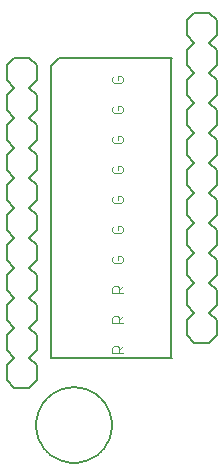
<source format=gto>
G75*
%MOIN*%
%OFA0B0*%
%FSLAX24Y24*%
%IPPOS*%
%LPD*%
%AMOC8*
5,1,8,0,0,1.08239X$1,22.5*
%
%ADD10C,0.0080*%
%ADD11C,0.0050*%
%ADD12C,0.0030*%
D10*
X001237Y002635D02*
X000987Y002885D01*
X000987Y003385D01*
X001237Y003635D01*
X000987Y003885D01*
X000987Y004385D01*
X001237Y004635D01*
X000987Y004885D01*
X000987Y005385D01*
X001237Y005635D01*
X000987Y005885D01*
X000987Y006385D01*
X001237Y006635D01*
X000987Y006885D01*
X000987Y007385D01*
X001237Y007635D01*
X000987Y007885D01*
X000987Y008385D01*
X001237Y008635D01*
X000987Y008885D01*
X000987Y009385D01*
X001237Y009635D01*
X000987Y009885D01*
X000987Y010385D01*
X001237Y010635D01*
X000987Y010885D01*
X000987Y011385D01*
X001237Y011635D01*
X000987Y011885D01*
X000987Y012385D01*
X001237Y012635D01*
X000987Y012885D01*
X000987Y013385D01*
X001237Y013635D01*
X001737Y013635D01*
X001987Y013385D01*
X001987Y012885D01*
X001737Y012635D01*
X001987Y012385D01*
X001987Y011885D01*
X001737Y011635D01*
X001987Y011385D01*
X001987Y010885D01*
X001737Y010635D01*
X001987Y010385D01*
X001987Y009885D01*
X001737Y009635D01*
X001987Y009385D01*
X001987Y008885D01*
X001737Y008635D01*
X001987Y008385D01*
X001987Y007885D01*
X001737Y007635D01*
X001987Y007385D01*
X001987Y006885D01*
X001737Y006635D01*
X001987Y006385D01*
X001987Y005885D01*
X001737Y005635D01*
X001987Y005385D01*
X001987Y004885D01*
X001737Y004635D01*
X001987Y004385D01*
X001987Y003885D01*
X001737Y003635D01*
X001987Y003385D01*
X001987Y002885D01*
X001737Y002635D01*
X001237Y002635D01*
X006987Y004385D02*
X006987Y004885D01*
X007237Y005135D01*
X006987Y005385D01*
X006987Y005885D01*
X007237Y006135D01*
X006987Y006385D01*
X006987Y006885D01*
X007237Y007135D01*
X006987Y007385D01*
X006987Y007885D01*
X007237Y008135D01*
X006987Y008385D01*
X006987Y008885D01*
X007237Y009135D01*
X006987Y009385D01*
X006987Y009885D01*
X007237Y010135D01*
X006987Y010385D01*
X006987Y010885D01*
X007237Y011135D01*
X006987Y011385D01*
X006987Y011885D01*
X007237Y012135D01*
X006987Y012385D01*
X006987Y012885D01*
X007237Y013135D01*
X006987Y013385D01*
X006987Y013885D01*
X007237Y014135D01*
X006987Y014385D01*
X006987Y014885D01*
X007237Y015135D01*
X007737Y015135D01*
X007987Y014885D01*
X007987Y014385D01*
X007737Y014135D01*
X007987Y013885D01*
X007987Y013385D01*
X007737Y013135D01*
X007987Y012885D01*
X007987Y012385D01*
X007737Y012135D01*
X007987Y011885D01*
X007987Y011385D01*
X007737Y011135D01*
X007987Y010885D01*
X007987Y010385D01*
X007737Y010135D01*
X007987Y009885D01*
X007987Y009385D01*
X007737Y009135D01*
X007987Y008885D01*
X007987Y008385D01*
X007737Y008135D01*
X007987Y007885D01*
X007987Y007385D01*
X007737Y007135D01*
X007987Y006885D01*
X007987Y006385D01*
X007737Y006135D01*
X007987Y005885D01*
X007987Y005385D01*
X007737Y005135D01*
X007987Y004885D01*
X007987Y004385D01*
X007737Y004135D01*
X007237Y004135D01*
X006987Y004385D01*
D11*
X006487Y003635D02*
X002487Y003635D01*
X002463Y003635D02*
X002463Y013385D01*
X002487Y013385D02*
X002737Y013635D01*
X006487Y013635D01*
X006463Y013635D02*
X006463Y003635D01*
X001977Y001385D02*
X001979Y001456D01*
X001985Y001526D01*
X001995Y001596D01*
X002009Y001665D01*
X002026Y001734D01*
X002048Y001801D01*
X002073Y001867D01*
X002102Y001932D01*
X002134Y001994D01*
X002170Y002055D01*
X002209Y002114D01*
X002252Y002171D01*
X002297Y002225D01*
X002346Y002276D01*
X002397Y002325D01*
X002451Y002370D01*
X002508Y002413D01*
X002567Y002452D01*
X002628Y002488D01*
X002690Y002520D01*
X002755Y002549D01*
X002821Y002574D01*
X002888Y002596D01*
X002957Y002613D01*
X003026Y002627D01*
X003096Y002637D01*
X003166Y002643D01*
X003237Y002645D01*
X003308Y002643D01*
X003378Y002637D01*
X003448Y002627D01*
X003517Y002613D01*
X003586Y002596D01*
X003653Y002574D01*
X003719Y002549D01*
X003784Y002520D01*
X003846Y002488D01*
X003907Y002452D01*
X003966Y002413D01*
X004023Y002370D01*
X004077Y002325D01*
X004128Y002276D01*
X004177Y002225D01*
X004222Y002171D01*
X004265Y002114D01*
X004304Y002055D01*
X004340Y001994D01*
X004372Y001932D01*
X004401Y001867D01*
X004426Y001801D01*
X004448Y001734D01*
X004465Y001665D01*
X004479Y001596D01*
X004489Y001526D01*
X004495Y001456D01*
X004497Y001385D01*
X004495Y001314D01*
X004489Y001244D01*
X004479Y001174D01*
X004465Y001105D01*
X004448Y001036D01*
X004426Y000969D01*
X004401Y000903D01*
X004372Y000838D01*
X004340Y000776D01*
X004304Y000715D01*
X004265Y000656D01*
X004222Y000599D01*
X004177Y000545D01*
X004128Y000494D01*
X004077Y000445D01*
X004023Y000400D01*
X003966Y000357D01*
X003907Y000318D01*
X003846Y000282D01*
X003784Y000250D01*
X003719Y000221D01*
X003653Y000196D01*
X003586Y000174D01*
X003517Y000157D01*
X003448Y000143D01*
X003378Y000133D01*
X003308Y000127D01*
X003237Y000125D01*
X003166Y000127D01*
X003096Y000133D01*
X003026Y000143D01*
X002957Y000157D01*
X002888Y000174D01*
X002821Y000196D01*
X002755Y000221D01*
X002690Y000250D01*
X002628Y000282D01*
X002567Y000318D01*
X002508Y000357D01*
X002451Y000400D01*
X002397Y000445D01*
X002346Y000494D01*
X002297Y000545D01*
X002252Y000599D01*
X002209Y000656D01*
X002170Y000715D01*
X002134Y000776D01*
X002102Y000838D01*
X002073Y000903D01*
X002048Y000969D01*
X002026Y001036D01*
X002009Y001105D01*
X001995Y001174D01*
X001985Y001244D01*
X001979Y001314D01*
X001977Y001385D01*
D12*
X004501Y003782D02*
X004501Y003967D01*
X004563Y004028D01*
X004687Y004028D01*
X004748Y003967D01*
X004748Y003782D01*
X004748Y003905D02*
X004872Y004028D01*
X004872Y003782D02*
X004501Y003782D01*
X004501Y004782D02*
X004501Y004967D01*
X004563Y005028D01*
X004687Y005028D01*
X004748Y004967D01*
X004748Y004782D01*
X004748Y004905D02*
X004872Y005028D01*
X004872Y004782D02*
X004501Y004782D01*
X004501Y005782D02*
X004501Y005967D01*
X004563Y006028D01*
X004687Y006028D01*
X004748Y005967D01*
X004748Y005782D01*
X004748Y005905D02*
X004872Y006028D01*
X004872Y005782D02*
X004501Y005782D01*
X004563Y006782D02*
X004810Y006782D01*
X004872Y006843D01*
X004872Y006967D01*
X004810Y007028D01*
X004687Y007028D01*
X004687Y006905D01*
X004563Y007028D02*
X004501Y006967D01*
X004501Y006843D01*
X004563Y006782D01*
X004563Y007782D02*
X004810Y007782D01*
X004872Y007843D01*
X004872Y007967D01*
X004810Y008028D01*
X004687Y008028D01*
X004687Y007905D01*
X004563Y008028D02*
X004501Y007967D01*
X004501Y007843D01*
X004563Y007782D01*
X004563Y008782D02*
X004810Y008782D01*
X004872Y008843D01*
X004872Y008967D01*
X004810Y009028D01*
X004687Y009028D01*
X004687Y008905D01*
X004563Y009028D02*
X004501Y008967D01*
X004501Y008843D01*
X004563Y008782D01*
X004563Y009782D02*
X004810Y009782D01*
X004872Y009843D01*
X004872Y009967D01*
X004810Y010028D01*
X004687Y010028D01*
X004687Y009905D01*
X004563Y010028D02*
X004501Y009967D01*
X004501Y009843D01*
X004563Y009782D01*
X004563Y010782D02*
X004810Y010782D01*
X004872Y010843D01*
X004872Y010967D01*
X004810Y011028D01*
X004687Y011028D01*
X004687Y010905D01*
X004563Y011028D02*
X004501Y010967D01*
X004501Y010843D01*
X004563Y010782D01*
X004563Y011782D02*
X004810Y011782D01*
X004872Y011843D01*
X004872Y011967D01*
X004810Y012028D01*
X004687Y012028D01*
X004687Y011905D01*
X004563Y012028D02*
X004501Y011967D01*
X004501Y011843D01*
X004563Y011782D01*
X004563Y012782D02*
X004810Y012782D01*
X004872Y012843D01*
X004872Y012967D01*
X004810Y013028D01*
X004687Y013028D01*
X004687Y012905D01*
X004563Y013028D02*
X004501Y012967D01*
X004501Y012843D01*
X004563Y012782D01*
M02*

</source>
